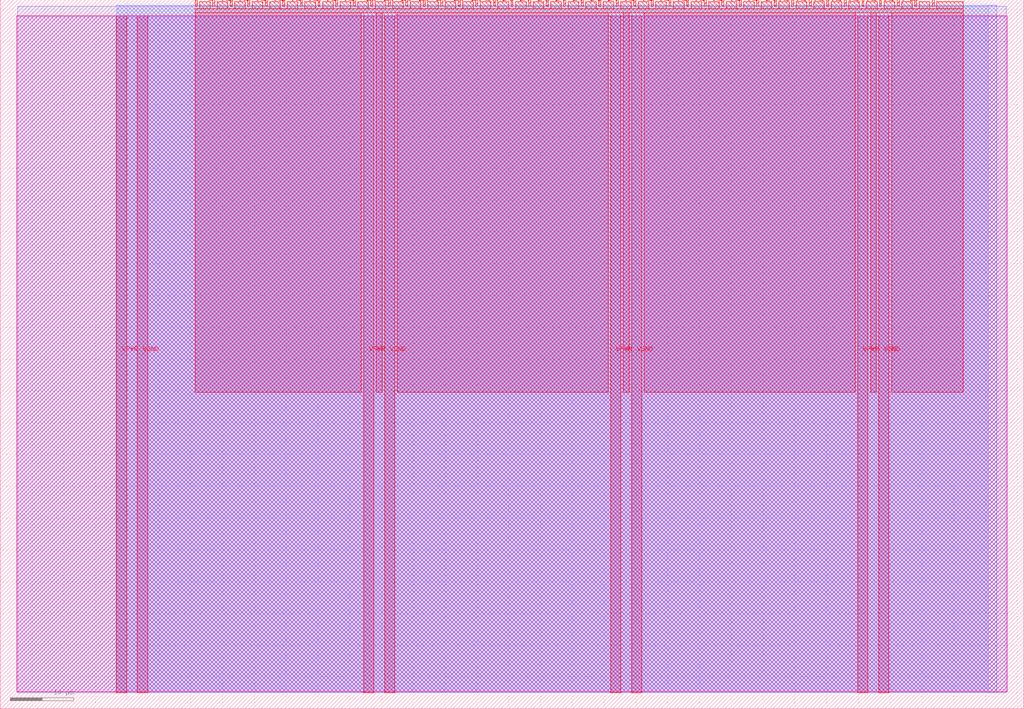
<source format=lef>
VERSION 5.7 ;
  NOWIREEXTENSIONATPIN ON ;
  DIVIDERCHAR "/" ;
  BUSBITCHARS "[]" ;
MACRO tt_um_rebeccargb_universal_decoder
  CLASS BLOCK ;
  FOREIGN tt_um_rebeccargb_universal_decoder ;
  ORIGIN 0.000 0.000 ;
  SIZE 161.000 BY 111.520 ;
  PIN VGND
    DIRECTION INOUT ;
    USE GROUND ;
    PORT
      LAYER met4 ;
        RECT 21.580 2.480 23.180 109.040 ;
    END
    PORT
      LAYER met4 ;
        RECT 60.450 2.480 62.050 109.040 ;
    END
    PORT
      LAYER met4 ;
        RECT 99.320 2.480 100.920 109.040 ;
    END
    PORT
      LAYER met4 ;
        RECT 138.190 2.480 139.790 109.040 ;
    END
  END VGND
  PIN VPWR
    DIRECTION INOUT ;
    USE POWER ;
    PORT
      LAYER met4 ;
        RECT 18.280 2.480 19.880 109.040 ;
    END
    PORT
      LAYER met4 ;
        RECT 57.150 2.480 58.750 109.040 ;
    END
    PORT
      LAYER met4 ;
        RECT 96.020 2.480 97.620 109.040 ;
    END
    PORT
      LAYER met4 ;
        RECT 134.890 2.480 136.490 109.040 ;
    END
  END VPWR
  PIN clk
    DIRECTION INPUT ;
    USE SIGNAL ;
    PORT
      LAYER met4 ;
        RECT 143.830 110.520 144.130 111.520 ;
    END
  END clk
  PIN ena
    DIRECTION INPUT ;
    USE SIGNAL ;
    PORT
      LAYER met4 ;
        RECT 146.590 110.520 146.890 111.520 ;
    END
  END ena
  PIN rst_n
    DIRECTION INPUT ;
    USE SIGNAL ;
    PORT
      LAYER met4 ;
        RECT 141.070 110.520 141.370 111.520 ;
    END
  END rst_n
  PIN ui_in[0]
    DIRECTION INPUT ;
    USE SIGNAL ;
    ANTENNAGATEAREA 0.196500 ;
    PORT
      LAYER met4 ;
        RECT 138.310 110.520 138.610 111.520 ;
    END
  END ui_in[0]
  PIN ui_in[1]
    DIRECTION INPUT ;
    USE SIGNAL ;
    ANTENNAGATEAREA 0.196500 ;
    PORT
      LAYER met4 ;
        RECT 135.550 110.520 135.850 111.520 ;
    END
  END ui_in[1]
  PIN ui_in[2]
    DIRECTION INPUT ;
    USE SIGNAL ;
    ANTENNAGATEAREA 0.196500 ;
    PORT
      LAYER met4 ;
        RECT 132.790 110.520 133.090 111.520 ;
    END
  END ui_in[2]
  PIN ui_in[3]
    DIRECTION INPUT ;
    USE SIGNAL ;
    ANTENNAGATEAREA 0.196500 ;
    PORT
      LAYER met4 ;
        RECT 130.030 110.520 130.330 111.520 ;
    END
  END ui_in[3]
  PIN ui_in[4]
    DIRECTION INPUT ;
    USE SIGNAL ;
    ANTENNAGATEAREA 0.196500 ;
    PORT
      LAYER met4 ;
        RECT 127.270 110.520 127.570 111.520 ;
    END
  END ui_in[4]
  PIN ui_in[5]
    DIRECTION INPUT ;
    USE SIGNAL ;
    ANTENNAGATEAREA 0.196500 ;
    PORT
      LAYER met4 ;
        RECT 124.510 110.520 124.810 111.520 ;
    END
  END ui_in[5]
  PIN ui_in[6]
    DIRECTION INPUT ;
    USE SIGNAL ;
    ANTENNAGATEAREA 0.196500 ;
    PORT
      LAYER met4 ;
        RECT 121.750 110.520 122.050 111.520 ;
    END
  END ui_in[6]
  PIN ui_in[7]
    DIRECTION INPUT ;
    USE SIGNAL ;
    ANTENNAGATEAREA 0.196500 ;
    PORT
      LAYER met4 ;
        RECT 118.990 110.520 119.290 111.520 ;
    END
  END ui_in[7]
  PIN uio_in[0]
    DIRECTION INPUT ;
    USE SIGNAL ;
    ANTENNAGATEAREA 0.196500 ;
    PORT
      LAYER met4 ;
        RECT 116.230 110.520 116.530 111.520 ;
    END
  END uio_in[0]
  PIN uio_in[1]
    DIRECTION INPUT ;
    USE SIGNAL ;
    ANTENNAGATEAREA 0.196500 ;
    PORT
      LAYER met4 ;
        RECT 113.470 110.520 113.770 111.520 ;
    END
  END uio_in[1]
  PIN uio_in[2]
    DIRECTION INPUT ;
    USE SIGNAL ;
    ANTENNAGATEAREA 0.196500 ;
    PORT
      LAYER met4 ;
        RECT 110.710 110.520 111.010 111.520 ;
    END
  END uio_in[2]
  PIN uio_in[3]
    DIRECTION INPUT ;
    USE SIGNAL ;
    ANTENNAGATEAREA 0.196500 ;
    PORT
      LAYER met4 ;
        RECT 107.950 110.520 108.250 111.520 ;
    END
  END uio_in[3]
  PIN uio_in[4]
    DIRECTION INPUT ;
    USE SIGNAL ;
    ANTENNAGATEAREA 0.159000 ;
    PORT
      LAYER met4 ;
        RECT 105.190 110.520 105.490 111.520 ;
    END
  END uio_in[4]
  PIN uio_in[5]
    DIRECTION INPUT ;
    USE SIGNAL ;
    ANTENNAGATEAREA 0.213000 ;
    PORT
      LAYER met4 ;
        RECT 102.430 110.520 102.730 111.520 ;
    END
  END uio_in[5]
  PIN uio_in[6]
    DIRECTION INPUT ;
    USE SIGNAL ;
    ANTENNAGATEAREA 0.196500 ;
    PORT
      LAYER met4 ;
        RECT 99.670 110.520 99.970 111.520 ;
    END
  END uio_in[6]
  PIN uio_in[7]
    DIRECTION INPUT ;
    USE SIGNAL ;
    ANTENNAGATEAREA 0.196500 ;
    PORT
      LAYER met4 ;
        RECT 96.910 110.520 97.210 111.520 ;
    END
  END uio_in[7]
  PIN uio_oe[0]
    DIRECTION OUTPUT ;
    USE SIGNAL ;
    ANTENNADIFFAREA 0.445500 ;
    PORT
      LAYER met4 ;
        RECT 49.990 110.520 50.290 111.520 ;
    END
  END uio_oe[0]
  PIN uio_oe[1]
    DIRECTION OUTPUT ;
    USE SIGNAL ;
    ANTENNADIFFAREA 0.445500 ;
    PORT
      LAYER met4 ;
        RECT 47.230 110.520 47.530 111.520 ;
    END
  END uio_oe[1]
  PIN uio_oe[2]
    DIRECTION OUTPUT ;
    USE SIGNAL ;
    PORT
      LAYER met4 ;
        RECT 44.470 110.520 44.770 111.520 ;
    END
  END uio_oe[2]
  PIN uio_oe[3]
    DIRECTION OUTPUT ;
    USE SIGNAL ;
    PORT
      LAYER met4 ;
        RECT 41.710 110.520 42.010 111.520 ;
    END
  END uio_oe[3]
  PIN uio_oe[4]
    DIRECTION OUTPUT ;
    USE SIGNAL ;
    PORT
      LAYER met4 ;
        RECT 38.950 110.520 39.250 111.520 ;
    END
  END uio_oe[4]
  PIN uio_oe[5]
    DIRECTION OUTPUT ;
    USE SIGNAL ;
    PORT
      LAYER met4 ;
        RECT 36.190 110.520 36.490 111.520 ;
    END
  END uio_oe[5]
  PIN uio_oe[6]
    DIRECTION OUTPUT ;
    USE SIGNAL ;
    PORT
      LAYER met4 ;
        RECT 33.430 110.520 33.730 111.520 ;
    END
  END uio_oe[6]
  PIN uio_oe[7]
    DIRECTION OUTPUT ;
    USE SIGNAL ;
    PORT
      LAYER met4 ;
        RECT 30.670 110.520 30.970 111.520 ;
    END
  END uio_oe[7]
  PIN uio_out[0]
    DIRECTION OUTPUT ;
    USE SIGNAL ;
    ANTENNADIFFAREA 0.453750 ;
    PORT
      LAYER met4 ;
        RECT 72.070 110.520 72.370 111.520 ;
    END
  END uio_out[0]
  PIN uio_out[1]
    DIRECTION OUTPUT ;
    USE SIGNAL ;
    ANTENNADIFFAREA 0.911000 ;
    PORT
      LAYER met4 ;
        RECT 69.310 110.520 69.610 111.520 ;
    END
  END uio_out[1]
  PIN uio_out[2]
    DIRECTION OUTPUT ;
    USE SIGNAL ;
    PORT
      LAYER met4 ;
        RECT 66.550 110.520 66.850 111.520 ;
    END
  END uio_out[2]
  PIN uio_out[3]
    DIRECTION OUTPUT ;
    USE SIGNAL ;
    PORT
      LAYER met4 ;
        RECT 63.790 110.520 64.090 111.520 ;
    END
  END uio_out[3]
  PIN uio_out[4]
    DIRECTION OUTPUT ;
    USE SIGNAL ;
    PORT
      LAYER met4 ;
        RECT 61.030 110.520 61.330 111.520 ;
    END
  END uio_out[4]
  PIN uio_out[5]
    DIRECTION OUTPUT ;
    USE SIGNAL ;
    PORT
      LAYER met4 ;
        RECT 58.270 110.520 58.570 111.520 ;
    END
  END uio_out[5]
  PIN uio_out[6]
    DIRECTION OUTPUT ;
    USE SIGNAL ;
    PORT
      LAYER met4 ;
        RECT 55.510 110.520 55.810 111.520 ;
    END
  END uio_out[6]
  PIN uio_out[7]
    DIRECTION OUTPUT ;
    USE SIGNAL ;
    PORT
      LAYER met4 ;
        RECT 52.750 110.520 53.050 111.520 ;
    END
  END uio_out[7]
  PIN uo_out[0]
    DIRECTION OUTPUT ;
    USE SIGNAL ;
    ANTENNADIFFAREA 1.524450 ;
    PORT
      LAYER met4 ;
        RECT 94.150 110.520 94.450 111.520 ;
    END
  END uo_out[0]
  PIN uo_out[1]
    DIRECTION OUTPUT ;
    USE SIGNAL ;
    ANTENNADIFFAREA 1.721000 ;
    PORT
      LAYER met4 ;
        RECT 91.390 110.520 91.690 111.520 ;
    END
  END uo_out[1]
  PIN uo_out[2]
    DIRECTION OUTPUT ;
    USE SIGNAL ;
    ANTENNADIFFAREA 1.721000 ;
    PORT
      LAYER met4 ;
        RECT 88.630 110.520 88.930 111.520 ;
    END
  END uo_out[2]
  PIN uo_out[3]
    DIRECTION OUTPUT ;
    USE SIGNAL ;
    ANTENNADIFFAREA 1.721000 ;
    PORT
      LAYER met4 ;
        RECT 85.870 110.520 86.170 111.520 ;
    END
  END uo_out[3]
  PIN uo_out[4]
    DIRECTION OUTPUT ;
    USE SIGNAL ;
    ANTENNADIFFAREA 1.524450 ;
    PORT
      LAYER met4 ;
        RECT 83.110 110.520 83.410 111.520 ;
    END
  END uo_out[4]
  PIN uo_out[5]
    DIRECTION OUTPUT ;
    USE SIGNAL ;
    ANTENNADIFFAREA 1.524450 ;
    PORT
      LAYER met4 ;
        RECT 80.350 110.520 80.650 111.520 ;
    END
  END uo_out[5]
  PIN uo_out[6]
    DIRECTION OUTPUT ;
    USE SIGNAL ;
    ANTENNADIFFAREA 1.524450 ;
    PORT
      LAYER met4 ;
        RECT 77.590 110.520 77.890 111.520 ;
    END
  END uo_out[6]
  PIN uo_out[7]
    DIRECTION OUTPUT ;
    USE SIGNAL ;
    ANTENNADIFFAREA 0.891000 ;
    PORT
      LAYER met4 ;
        RECT 74.830 110.520 75.130 111.520 ;
    END
  END uo_out[7]
  OBS
      LAYER nwell ;
        RECT 2.570 2.635 158.430 108.990 ;
      LAYER li1 ;
        RECT 2.760 2.635 158.240 108.885 ;
      LAYER met1 ;
        RECT 2.760 2.480 158.240 110.460 ;
      LAYER met2 ;
        RECT 18.310 2.535 156.760 110.685 ;
      LAYER met3 ;
        RECT 18.290 2.555 155.415 110.665 ;
      LAYER met4 ;
        RECT 31.370 110.120 33.030 111.170 ;
        RECT 34.130 110.120 35.790 111.170 ;
        RECT 36.890 110.120 38.550 111.170 ;
        RECT 39.650 110.120 41.310 111.170 ;
        RECT 42.410 110.120 44.070 111.170 ;
        RECT 45.170 110.120 46.830 111.170 ;
        RECT 47.930 110.120 49.590 111.170 ;
        RECT 50.690 110.120 52.350 111.170 ;
        RECT 53.450 110.120 55.110 111.170 ;
        RECT 56.210 110.120 57.870 111.170 ;
        RECT 58.970 110.120 60.630 111.170 ;
        RECT 61.730 110.120 63.390 111.170 ;
        RECT 64.490 110.120 66.150 111.170 ;
        RECT 67.250 110.120 68.910 111.170 ;
        RECT 70.010 110.120 71.670 111.170 ;
        RECT 72.770 110.120 74.430 111.170 ;
        RECT 75.530 110.120 77.190 111.170 ;
        RECT 78.290 110.120 79.950 111.170 ;
        RECT 81.050 110.120 82.710 111.170 ;
        RECT 83.810 110.120 85.470 111.170 ;
        RECT 86.570 110.120 88.230 111.170 ;
        RECT 89.330 110.120 90.990 111.170 ;
        RECT 92.090 110.120 93.750 111.170 ;
        RECT 94.850 110.120 96.510 111.170 ;
        RECT 97.610 110.120 99.270 111.170 ;
        RECT 100.370 110.120 102.030 111.170 ;
        RECT 103.130 110.120 104.790 111.170 ;
        RECT 105.890 110.120 107.550 111.170 ;
        RECT 108.650 110.120 110.310 111.170 ;
        RECT 111.410 110.120 113.070 111.170 ;
        RECT 114.170 110.120 115.830 111.170 ;
        RECT 116.930 110.120 118.590 111.170 ;
        RECT 119.690 110.120 121.350 111.170 ;
        RECT 122.450 110.120 124.110 111.170 ;
        RECT 125.210 110.120 126.870 111.170 ;
        RECT 127.970 110.120 129.630 111.170 ;
        RECT 130.730 110.120 132.390 111.170 ;
        RECT 133.490 110.120 135.150 111.170 ;
        RECT 136.250 110.120 137.910 111.170 ;
        RECT 139.010 110.120 140.670 111.170 ;
        RECT 141.770 110.120 143.430 111.170 ;
        RECT 144.530 110.120 146.190 111.170 ;
        RECT 147.290 110.120 151.505 111.170 ;
        RECT 30.655 109.440 151.505 110.120 ;
        RECT 30.655 49.815 56.750 109.440 ;
        RECT 59.150 49.815 60.050 109.440 ;
        RECT 62.450 49.815 95.620 109.440 ;
        RECT 98.020 49.815 98.920 109.440 ;
        RECT 101.320 49.815 134.490 109.440 ;
        RECT 136.890 49.815 137.790 109.440 ;
        RECT 140.190 49.815 151.505 109.440 ;
  END
END tt_um_rebeccargb_universal_decoder
END LIBRARY


</source>
